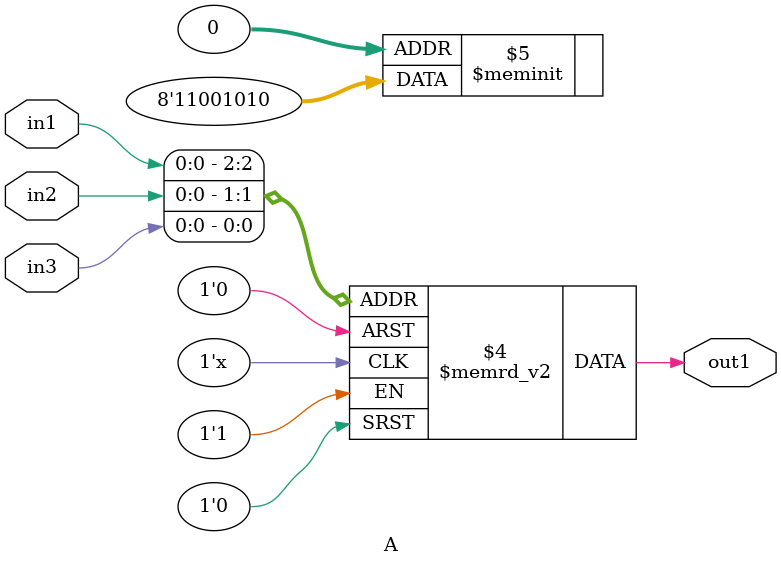
<source format=v>
module A(output out1,  input in1, in2, in3);
  reg r_out;
  assign out = r_out;
  always@(in1,in2,in3)
    begin
      case({in1,in2,in3})
        3'b000: {out1} = 1'b0;
        3'b001: {out1} = 1'b1;
        3'b010: {out1} = 1'b0;
        3'b011: {out1} = 1'b1;
        3'b100: {out1} = 1'b0;
        3'b101: {out1} = 1'b0;
        3'b110: {out1} = 1'b1;
        3'b111: {out1} = 1'b1;
      endcase
    end
endmodule

</source>
